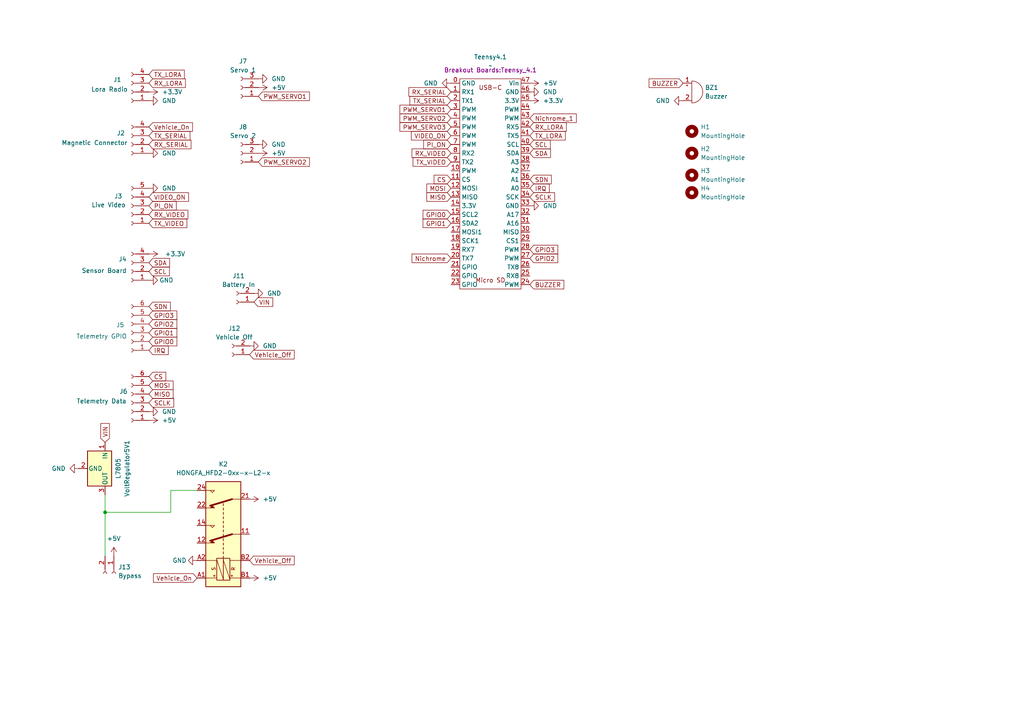
<source format=kicad_sch>
(kicad_sch (version 20250114) (generator "eeschema") (generator_version "9.0")
  (paper "A4")
  (lib_symbols
    (symbol "Breakout Boards:Teensy_4.1"
      (property "Reference" "Teensy4.1" (at 0 0 90))
      (property "Footprint" "Breakout Boards:Teensy_4.1" (at 0 0 0))
      (symbol "Teensy_4.1_0_1"
        (rectangle (start -8.89 30.48) (end 8.89 -30.48))
      )
      (symbol "Teensy_4.1_1_1"
        (text "USB-C" (at 0 27.94 0) (effects (font (size 1.27 1.27))))
        (text "Micro SD" (at 0 -27.94 0) (effects (font (size 1.27 1.27))))
        (pin input line (at -11.43 29.21 0) (length 2.54) (name "GND") (number "0"))
        (pin input line (at -11.43 26.67 0) (length 2.54) (name "RX1") (number "1"))
        (pin input line (at -11.43 24.13 0) (length 2.54) (name "TX1") (number "2"))
        (pin input line (at -11.43 21.59 0) (length 2.54) (name "PWM") (number "3"))
        (pin input line (at -11.43 19.05 0) (length 2.54) (name "PWM") (number "4"))
        (pin input line (at -11.43 16.51 0) (length 2.54) (name "PWM") (number "5"))
        (pin input line (at -11.43 13.97 0) (length 2.54) (name "PWM") (number "6"))
        (pin input line (at -11.43 11.43 0) (length 2.54) (name "PWM") (number "7"))
        (pin input line (at -11.43 8.89 0) (length 2.54) (name "RX2") (number "8"))
        (pin input line (at -11.43 6.35 0) (length 2.54) (name "TX2") (number "9"))
        (pin input line (at -11.43 3.81 0) (length 2.54) (name "PWM") (number "10"))
        (pin input line (at -11.43 1.27 0) (length 2.54) (name "CS") (number "11"))
        (pin input line (at -11.43 -1.27 0) (length 2.54) (name "MOSI") (number "12"))
        (pin input line (at -11.43 -3.81 0) (length 2.54) (name "MISO") (number "13"))
        (pin input line (at -11.43 -6.35 0) (length 2.54) (name "3.3V") (number "14"))
        (pin input line (at -11.43 -8.89 0) (length 2.54) (name "SCL2") (number "15"))
        (pin input line (at -11.43 -11.43 0) (length 2.54) (name "SDA2") (number "16"))
        (pin input line (at -11.43 -13.97 0) (length 2.54) (name "MOSI1") (number "17"))
        (pin input line (at -11.43 -16.51 0) (length 2.54) (name "SCK1") (number "18"))
        (pin input line (at -11.43 -19.05 0) (length 2.54) (name "RX7") (number "19"))
        (pin input line (at -11.43 -21.59 0) (length 2.54) (name "TX7") (number "20"))
        (pin input line (at -11.43 -24.13 0) (length 2.54) (name "GPIO") (number "21"))
        (pin input line (at -11.43 -26.67 0) (length 2.54) (name "GPIO") (number "22"))
        (pin input line (at -11.43 -29.21 0) (length 2.54) (name "GPIO") (number "23"))
        (pin input line (at 11.43 29.21 180) (length 2.54) (name "Vin") (number "47"))
        (pin input line (at 11.43 26.67 180) (length 2.54) (name "GND") (number "46"))
        (pin input line (at 11.43 24.13 180) (length 2.54) (name "3.3V") (number "45"))
        (pin input line (at 11.43 21.59 180) (length 2.54) (name "PWM") (number "44"))
        (pin input line (at 11.43 19.05 180) (length 2.54) (name "PWM") (number "43"))
        (pin input line (at 11.43 16.51 180) (length 2.54) (name "RX5") (number "42"))
        (pin input line (at 11.43 13.97 180) (length 2.54) (name "TX5") (number "41"))
        (pin input line (at 11.43 11.43 180) (length 2.54) (name "SCL") (number "40"))
        (pin input line (at 11.43 8.89 180) (length 2.54) (name "SDA") (number "39"))
        (pin input line (at 11.43 6.35 180) (length 2.54) (name "A3") (number "38"))
        (pin input line (at 11.43 3.81 180) (length 2.54) (name "A2") (number "37"))
        (pin input line (at 11.43 1.27 180) (length 2.54) (name "A1") (number "36"))
        (pin input line (at 11.43 -1.27 180) (length 2.54) (name "A0") (number "35"))
        (pin input line (at 11.43 -3.81 180) (length 2.54) (name "SCK") (number "34"))
        (pin input line (at 11.43 -6.35 180) (length 2.54) (name "GND") (number "33"))
        (pin input line (at 11.43 -8.89 180) (length 2.54) (name "A17") (number "32"))
        (pin input line (at 11.43 -11.43 180) (length 2.54) (name "A16") (number "31"))
        (pin input line (at 11.43 -13.97 180) (length 2.54) (name "MISO") (number "30"))
        (pin input line (at 11.43 -16.51 180) (length 2.54) (name "CS1") (number "29"))
        (pin input line (at 11.43 -19.05 180) (length 2.54) (name "PWM") (number "28"))
        (pin input line (at 11.43 -21.59 180) (length 2.54) (name "PWM") (number "27"))
        (pin input line (at 11.43 -24.13 180) (length 2.54) (name "TX8") (number "26"))
        (pin input line (at 11.43 -26.67 180) (length 2.54) (name "RX8") (number "25"))
        (pin input line (at 11.43 -29.21 180) (length 2.54) (name "PWM") (number "24"))
      )
    )
    (symbol "Connector:Conn_01x02_Socket" (pin_names (offset 1.016) (hide yes))
      (property "Reference" "J" (at 0 2.54 0))
      (property "Value" "Conn_01x02_Socket" (at 0 -5.08 0))
      (symbol "Conn_01x02_Socket_1_1"
        (polyline (pts (xy -1.27 0) (xy -0.508 0)) (stroke (width 0.1524)))
        (polyline (pts (xy -1.27 -2.54) (xy -0.508 -2.54)) (stroke (width 0.1524)))
        (arc (start 0 -0.508) (mid -0.5058 0) (end 0 0.508) (stroke (width 0.1524)))
        (arc (start 0 -3.048) (mid -0.5058 -2.54) (end 0 -2.032) (stroke (width 0.1524)))
        (pin passive line (at -5.08 0 0) (length 3.81) (name "Pin_1") (number "1"))
        (pin passive line (at -5.08 -2.54 0) (length 3.81) (name "Pin_2") (number "2"))
      )
    )
    (symbol "Connector:Conn_01x03_Socket" (pin_names (offset 1.016) (hide yes))
      (property "Reference" "J" (at 0 5.08 0))
      (property "Value" "Conn_01x03_Socket" (at 0 -5.08 0))
      (symbol "Conn_01x03_Socket_1_1"
        (polyline (pts (xy -1.27 2.54) (xy -0.508 2.54)) (stroke (width 0.1524)))
        (polyline (pts (xy -1.27 0) (xy -0.508 0)) (stroke (width 0.1524)))
        (polyline (pts (xy -1.27 -2.54) (xy -0.508 -2.54)) (stroke (width 0.1524)))
        (arc (start 0 2.032) (mid -0.5058 2.54) (end 0 3.048) (stroke (width 0.1524)))
        (arc (start 0 -0.508) (mid -0.5058 0) (end 0 0.508) (stroke (width 0.1524)))
        (arc (start 0 -3.048) (mid -0.5058 -2.54) (end 0 -2.032) (stroke (width 0.1524)))
        (pin passive line (at -5.08 2.54 0) (length 3.81) (name "Pin_1") (number "1"))
        (pin passive line (at -5.08 0 0) (length 3.81) (name "Pin_2") (number "2"))
        (pin passive line (at -5.08 -2.54 0) (length 3.81) (name "Pin_3") (number "3"))
      )
    )
    (symbol "Connector:Conn_01x04_Socket" (pin_names (offset 1.016) (hide yes))
      (property "Reference" "J" (at 0 5.08 0))
      (property "Value" "Conn_01x04_Socket" (at 0 -7.62 0))
      (symbol "Conn_01x04_Socket_1_1"
        (polyline (pts (xy -1.27 2.54) (xy -0.508 2.54)) (stroke (width 0.1524)))
        (polyline (pts (xy -1.27 0) (xy -0.508 0)) (stroke (width 0.1524)))
        (polyline (pts (xy -1.27 -2.54) (xy -0.508 -2.54)) (stroke (width 0.1524)))
        (polyline (pts (xy -1.27 -5.08) (xy -0.508 -5.08)) (stroke (width 0.1524)))
        (arc (start 0 2.032) (mid -0.5058 2.54) (end 0 3.048) (stroke (width 0.1524)))
        (arc (start 0 -0.508) (mid -0.5058 0) (end 0 0.508) (stroke (width 0.1524)))
        (arc (start 0 -3.048) (mid -0.5058 -2.54) (end 0 -2.032) (stroke (width 0.1524)))
        (arc (start 0 -5.588) (mid -0.5058 -5.08) (end 0 -4.572) (stroke (width 0.1524)))
        (pin passive line (at -5.08 2.54 0) (length 3.81) (name "Pin_1") (number "1"))
        (pin passive line (at -5.08 0 0) (length 3.81) (name "Pin_2") (number "2"))
        (pin passive line (at -5.08 -2.54 0) (length 3.81) (name "Pin_3") (number "3"))
        (pin passive line (at -5.08 -5.08 0) (length 3.81) (name "Pin_4") (number "4"))
      )
    )
    (symbol "Connector:Conn_01x05_Socket" (pin_names (offset 1.016) (hide yes))
      (property "Reference" "J" (at 0 7.62 0))
      (property "Value" "Conn_01x05_Socket" (at 0 -7.62 0))
      (symbol "Conn_01x05_Socket_1_1"
        (polyline (pts (xy -1.27 5.08) (xy -0.508 5.08)) (stroke (width 0.1524)))
        (polyline (pts (xy -1.27 2.54) (xy -0.508 2.54)) (stroke (width 0.1524)))
        (polyline (pts (xy -1.27 0) (xy -0.508 0)) (stroke (width 0.1524)))
        (polyline (pts (xy -1.27 -2.54) (xy -0.508 -2.54)) (stroke (width 0.1524)))
        (polyline (pts (xy -1.27 -5.08) (xy -0.508 -5.08)) (stroke (width 0.1524)))
        (arc (start 0 4.572) (mid -0.5058 5.08) (end 0 5.588) (stroke (width 0.1524)))
        (arc (start 0 2.032) (mid -0.5058 2.54) (end 0 3.048) (stroke (width 0.1524)))
        (arc (start 0 -0.508) (mid -0.5058 0) (end 0 0.508) (stroke (width 0.1524)))
        (arc (start 0 -3.048) (mid -0.5058 -2.54) (end 0 -2.032) (stroke (width 0.1524)))
        (arc (start 0 -5.588) (mid -0.5058 -5.08) (end 0 -4.572) (stroke (width 0.1524)))
        (pin passive line (at -5.08 5.08 0) (length 3.81) (name "Pin_1") (number "1"))
        (pin passive line (at -5.08 2.54 0) (length 3.81) (name "Pin_2") (number "2"))
        (pin passive line (at -5.08 0 0) (length 3.81) (name "Pin_3") (number "3"))
        (pin passive line (at -5.08 -2.54 0) (length 3.81) (name "Pin_4") (number "4"))
        (pin passive line (at -5.08 -5.08 0) (length 3.81) (name "Pin_5") (number "5"))
      )
    )
    (symbol "Connector:Conn_01x06_Socket" (pin_names (offset 1.016) (hide yes))
      (property "Reference" "J" (at 0 7.62 0))
      (property "Value" "Conn_01x06_Socket" (at 0 -10.16 0))
      (symbol "Conn_01x06_Socket_1_1"
        (polyline (pts (xy -1.27 5.08) (xy -0.508 5.08)) (stroke (width 0.1524)))
        (polyline (pts (xy -1.27 2.54) (xy -0.508 2.54)) (stroke (width 0.1524)))
        (polyline (pts (xy -1.27 0) (xy -0.508 0)) (stroke (width 0.1524)))
        (polyline (pts (xy -1.27 -2.54) (xy -0.508 -2.54)) (stroke (width 0.1524)))
        (polyline (pts (xy -1.27 -5.08) (xy -0.508 -5.08)) (stroke (width 0.1524)))
        (polyline (pts (xy -1.27 -7.62) (xy -0.508 -7.62)) (stroke (width 0.1524)))
        (arc (start 0 4.572) (mid -0.5058 5.08) (end 0 5.588) (stroke (width 0.1524)))
        (arc (start 0 2.032) (mid -0.5058 2.54) (end 0 3.048) (stroke (width 0.1524)))
        (arc (start 0 -0.508) (mid -0.5058 0) (end 0 0.508) (stroke (width 0.1524)))
        (arc (start 0 -3.048) (mid -0.5058 -2.54) (end 0 -2.032) (stroke (width 0.1524)))
        (arc (start 0 -5.588) (mid -0.5058 -5.08) (end 0 -4.572) (stroke (width 0.1524)))
        (arc (start 0 -8.128) (mid -0.5058 -7.62) (end 0 -7.112) (stroke (width 0.1524)))
        (pin passive line (at -5.08 5.08 0) (length 3.81) (name "Pin_1") (number "1"))
        (pin passive line (at -5.08 2.54 0) (length 3.81) (name "Pin_2") (number "2"))
        (pin passive line (at -5.08 0 0) (length 3.81) (name "Pin_3") (number "3"))
        (pin passive line (at -5.08 -2.54 0) (length 3.81) (name "Pin_4") (number "4"))
        (pin passive line (at -5.08 -5.08 0) (length 3.81) (name "Pin_5") (number "5"))
        (pin passive line (at -5.08 -7.62 0) (length 3.81) (name "Pin_6") (number "6"))
      )
    )
    (symbol "Device:Buzzer" (pin_names (offset 0.0254) (hide yes))
      (property "Reference" "BZ" (at 3.81 1.27 0))
      (property "Value" "Buzzer" (at 3.81 -1.27 0))
      (symbol "Buzzer_0_1"
        (polyline (pts (xy -1.651 1.905) (xy -1.143 1.905)))
        (polyline (pts (xy -1.397 2.159) (xy -1.397 1.651)))
        (arc (start 0 3.175) (mid 3.1612 0) (end 0 -3.175))
        (polyline (pts (xy 0 3.175) (xy 0 -3.175)))
      )
      (symbol "Buzzer_1_1"
        (pin passive line (at -2.54 2.54 0) (length 2.54) (name "+") (number "1"))
        (pin passive line (at -2.54 -2.54 0) (length 2.54) (name "-") (number "2"))
      )
    )
    (symbol "Mechanical:MountingHole" (pin_names (offset 1.016)) (exclude_from_sim yes) (in_bom no)
      (property "Reference" "H" (at 0 5.08 0))
      (property "Value" "MountingHole" (at 0 3.175 0))
      (symbol "MountingHole_0_1"
        (circle (center 0 0) (radius 1.27) (stroke (width 1.27)))
      )
    )
    (symbol "Regulator_Linear:L7805" (pin_names (offset 0.254))
      (property "Reference" "U" (at -3.81 3.175 0))
      (property "Value" "L7805" (at 0 3.175 0))
      (symbol "L7805_0_1"
        (rectangle (start -5.08 1.905) (end 5.08 -5.08) (stroke (width 0.254)) (fill (type background)))
      )
      (symbol "L7805_1_1"
        (pin power_in line (at -7.62 0 0) (length 2.54) (name "IN") (number "1"))
        (pin power_in line (at 0 -7.62 90) (length 2.54) (name "GND") (number "2"))
        (pin power_out line (at 7.62 0 180) (length 2.54) (name "OUT") (number "3"))
      )
    )
    (symbol "Relay:HONGFA_HFD2-0xx-x-L2-x"
      (property "Reference" "K" (at 16.51 3.81 0))
      (property "Value" "HONGFA_HFD2-0xx-x-L2-x" (at 16.51 1.27 0))
      (symbol "HONGFA_HFD2-0xx-x-L2-x_0_0"
        (polyline (pts (xy -2.54 5.08) (xy -2.54 2.54) (xy -1.905 3.175) (xy -2.54 3.81)) (fill (type outline)))
        (polyline (pts (xy 2.54 5.08) (xy 2.54 2.54) (xy 1.905 3.175) (xy 2.54 3.81)))
        (polyline (pts (xy 7.62 5.08) (xy 7.62 2.54) (xy 8.255 3.175) (xy 7.62 3.81)) (fill (type outline)))
        (polyline (pts (xy 12.7 5.08) (xy 12.7 2.54) (xy 12.065 3.175) (xy 12.7 3.81)))
        (text "+" (at -12.065 2.667 0) (effects (font (size 0.762 0.762))))
        (text "+" (at -12.065 -2.413 0) (effects (font (size 0.762 0.762))))
        (text "S" (at -10.033 2.794 0) (effects (font (size 1.016 1.016))))
        (text "R" (at -10.033 -2.921 0) (effects (font (size 1.016 1.016))))
      )
      (symbol "HONGFA_HFD2-0xx-x-L2-x_0_1"
        (rectangle (start -15.24 5.08) (end 15.24 -5.08) (stroke (width 0.254)) (fill (type background)))
        (rectangle (start -13.335 1.905) (end -6.985 -1.905) (stroke (width 0.2032)))
        (polyline (pts (xy -13.335 0) (xy -6.35 0)) (stroke (width 0.2032)))
        (polyline (pts (xy -13.081 0) (xy -7.366 1.905)))
        (polyline (pts (xy -13.081 -1.905) (xy -7.493 0)))
        (polyline (pts (xy -12.7 5.08) (xy -12.7 1.905)))
        (polyline (pts (xy -12.7 -5.08) (xy -12.7 -1.905)))
        (polyline (pts (xy -7.62 5.08) (xy -7.62 1.905)))
        (polyline (pts (xy -7.62 -5.08) (xy -7.62 -1.905)))
        (polyline (pts (xy -5.715 0) (xy -5.08 0)) (stroke (width 0.2032)))
        (polyline (pts (xy -4.445 0) (xy -3.81 0)) (stroke (width 0.2032)))
        (polyline (pts (xy -3.175 0) (xy -2.54 0)) (stroke (width 0.2032)))
        (polyline (pts (xy -1.905 0) (xy -1.27 0)) (stroke (width 0.2032)))
        (polyline (pts (xy -0.635 0) (xy 0 0)) (stroke (width 0.2032)))
        (polyline (pts (xy 0 -2.54) (xy -1.905 3.81)) (stroke (width 0.508)))
        (polyline (pts (xy 0 -2.54) (xy 0 -5.08)))
        (polyline (pts (xy 0.635 0) (xy 1.27 0)) (stroke (width 0.2032)))
        (polyline (pts (xy 1.905 0) (xy 2.54 0)) (stroke (width 0.2032)))
        (polyline (pts (xy 3.175 0) (xy 3.81 0)) (stroke (width 0.2032)))
        (polyline (pts (xy 4.445 0) (xy 5.08 0)) (stroke (width 0.2032)))
        (polyline (pts (xy 5.715 0) (xy 6.35 0)) (stroke (width 0.2032)))
        (polyline (pts (xy 6.985 0) (xy 7.62 0)) (stroke (width 0.2032)))
        (polyline (pts (xy 8.255 0) (xy 8.89 0)) (stroke (width 0.2032)))
        (polyline (pts (xy 10.16 -2.54) (xy 8.255 3.81)) (stroke (width 0.508)))
        (polyline (pts (xy 10.16 -2.54) (xy 10.16 -5.08)))
      )
      (symbol "HONGFA_HFD2-0xx-x-L2-x_1_1"
        (pin passive line (at -12.7 7.62 270) (length 2.54) (name "~") (number "A1"))
        (pin passive line (at -12.7 -7.62 90) (length 2.54) (name "~") (number "B1"))
        (pin passive line (at -7.62 7.62 270) (length 2.54) (name "~") (number "A2"))
        (pin passive line (at -7.62 -7.62 90) (length 2.54) (name "~") (number "B2"))
        (pin passive line (at -2.54 7.62 270) (length 2.54) (name "~") (number "12"))
        (pin passive line (at 0 -7.62 90) (length 2.54) (name "~") (number "11"))
        (pin passive line (at 2.54 7.62 270) (length 2.54) (name "~") (number "14"))
        (pin passive line (at 7.62 7.62 270) (length 2.54) (name "~") (number "22"))
        (pin passive line (at 10.16 -7.62 90) (length 2.54) (name "~") (number "21"))
        (pin passive line (at 12.7 7.62 270) (length 2.54) (name "~") (number "24"))
      )
    )
    (symbol "power:+3.3V" (power) (pin_numbers (hide yes)) (pin_names (offset 0) (hide yes))
      (property "Value" "+3.3V" (at 0 3.556 0))
      (symbol "+3.3V_0_1"
        (polyline (pts (xy -0.762 1.27) (xy 0 2.54)))
        (polyline (pts (xy 0 2.54) (xy 0.762 1.27)))
        (polyline (pts (xy 0 0) (xy 0 2.54)))
      )
      (symbol "+3.3V_1_1"
        (pin power_in line (at 0 0 90) (length 0) (name "~") (number "1"))
      )
    )
    (symbol "power:+5V" (power) (pin_numbers (hide yes)) (pin_names (offset 0) (hide yes))
      (property "Value" "+5V" (at 0 3.556 0))
      (symbol "+5V_0_1"
        (polyline (pts (xy -0.762 1.27) (xy 0 2.54)))
        (polyline (pts (xy 0 2.54) (xy 0.762 1.27)))
        (polyline (pts (xy 0 0) (xy 0 2.54)))
      )
      (symbol "+5V_1_1"
        (pin power_in line (at 0 0 90) (length 0) (name "~") (number "1"))
      )
    )
    (symbol "power:GND" (power) (pin_numbers (hide yes)) (pin_names (offset 0) (hide yes))
      (property "Value" "GND" (at 0 -3.81 0))
      (symbol "GND_0_1"
        (polyline (pts (xy 0 0) (xy 0 -1.27) (xy 1.27 -1.27) (xy 0 -2.54) (xy -1.27 -1.27) (xy 0 -1.27)))
      )
      (symbol "GND_1_1"
        (pin power_in line (at 0 0 270) (length 0) (name "~") (number "1"))
      )
    )
  )
  (junction (at 30.48 148.59))
  (wire (pts (xy 30.48 148.59) (xy 30.48 161.29)))
  (wire (pts (xy 30.48 148.59) (xy 49.53 148.59)))
  (wire (pts (xy 49.53 142.24) (xy 57.15 142.24)))
  (wire (pts (xy 30.48 143.51) (xy 30.48 148.59)))
  (wire (pts (xy 49.53 148.59) (xy 49.53 142.24)))
  (global_label "CS" (shape input) (at 130.81 52.07 180) (property "Intersheetrefs" "${INTERSHEET_REFS}" (effects (hide yes))))
  (global_label "Vehicle_Off" (shape input) (at 72.39 162.56 0) (property "Intersheetrefs" "${INTERSHEET_REFS}" (effects (hide yes))))
  (global_label "VIN" (shape input) (at 30.48 128.27 90) (property "Intersheetrefs" "${INTERSHEET_REFS}" (effects (hide yes))))
  (global_label "RX_LORA" (shape input) (at 43.18 24.13 0) (property "Intersheetrefs" "${INTERSHEET_REFS}" (effects (hide yes))))
  (global_label "SDA" (shape input) (at 153.67 44.45 0) (property "Intersheetrefs" "${INTERSHEET_REFS}" (effects (hide yes))))
  (global_label "SCLK" (shape input) (at 43.18 116.84 0) (property "Intersheetrefs" "${INTERSHEET_REFS}" (effects (hide yes))))
  (global_label "GPIO1" (shape input) (at 130.81 64.77 180) (property "Intersheetrefs" "${INTERSHEET_REFS}" (effects (hide yes))))
  (global_label "SCL" (shape input) (at 153.67 41.91 0) (property "Intersheetrefs" "${INTERSHEET_REFS}" (effects (hide yes))))
  (global_label "RX_SERIAL" (shape input) (at 43.18 41.91 0) (property "Intersheetrefs" "${INTERSHEET_REFS}" (effects (hide yes))))
  (global_label "TX_SERIAL" (shape input) (at 43.18 39.37 0) (property "Intersheetrefs" "${INTERSHEET_REFS}" (effects (hide yes))))
  (global_label "Vehicle_Off" (shape input) (at 72.39 102.87 0) (property "Intersheetrefs" "${INTERSHEET_REFS}" (effects (hide yes))))
  (global_label "GPIO0" (shape input) (at 130.81 62.23 180) (property "Intersheetrefs" "${INTERSHEET_REFS}" (effects (hide yes))))
  (global_label "TX_LORA" (shape input) (at 43.18 21.59 0) (property "Intersheetrefs" "${INTERSHEET_REFS}" (effects (hide yes))))
  (global_label "TX_VIDEO" (shape input) (at 43.18 64.77 0) (property "Intersheetrefs" "${INTERSHEET_REFS}" (effects (hide yes))))
  (global_label "Vehicle_On" (shape input) (at 57.15 167.64 180) (property "Intersheetrefs" "${INTERSHEET_REFS}" (effects (hide yes))))
  (global_label "TX_VIDEO" (shape input) (at 130.81 46.99 180) (property "Intersheetrefs" "${INTERSHEET_REFS}" (effects (hide yes))))
  (global_label "MISO" (shape input) (at 43.18 114.3 0) (property "Intersheetrefs" "${INTERSHEET_REFS}" (effects (hide yes))))
  (global_label "BUZZER" (shape input) (at 153.67 82.55 0) (property "Intersheetrefs" "${INTERSHEET_REFS}" (effects (hide yes))))
  (global_label "Nichrome_1" (shape input) (at 153.67 34.29 0) (property "Intersheetrefs" "${INTERSHEET_REFS}" (effects (hide yes))))
  (global_label "RX_LORA" (shape input) (at 153.67 36.83 0) (property "Intersheetrefs" "${INTERSHEET_REFS}" (effects (hide yes))))
  (global_label "Vehicle_On" (shape input) (at 43.18 36.83 0) (property "Intersheetrefs" "${INTERSHEET_REFS}" (effects (hide yes))))
  (global_label "SCL" (shape input) (at 43.18 78.74 0) (property "Intersheetrefs" "${INTERSHEET_REFS}" (effects (hide yes))))
  (global_label "SCLK" (shape input) (at 153.67 57.15 0) (property "Intersheetrefs" "${INTERSHEET_REFS}" (effects (hide yes))))
  (global_label "PWM_SERVO3" (shape input) (at 130.81 36.83 180) (property "Intersheetrefs" "${INTERSHEET_REFS}" (effects (hide yes))))
  (global_label "TX_SERIAL" (shape input) (at 130.81 29.21 180) (property "Intersheetrefs" "${INTERSHEET_REFS}" (effects (hide yes))))
  (global_label "TX_LORA" (shape input) (at 153.67 39.37 0) (property "Intersheetrefs" "${INTERSHEET_REFS}" (effects (hide yes))))
  (global_label "CS" (shape input) (at 43.18 109.22 0) (property "Intersheetrefs" "${INTERSHEET_REFS}" (effects (hide yes))))
  (global_label "PI_ON" (shape input) (at 43.18 59.69 0) (property "Intersheetrefs" "${INTERSHEET_REFS}" (effects (hide yes))))
  (global_label "GPIO0" (shape input) (at 43.18 99.06 0) (property "Intersheetrefs" "${INTERSHEET_REFS}" (effects (hide yes))))
  (global_label "GPIO1" (shape input) (at 43.18 96.52 0) (property "Intersheetrefs" "${INTERSHEET_REFS}" (effects (hide yes))))
  (global_label "PWM_SERVO2" (shape input) (at 130.81 34.29 180) (property "Intersheetrefs" "${INTERSHEET_REFS}" (effects (hide yes))))
  (global_label "VIDEO_ON" (shape input) (at 43.18 57.15 0) (property "Intersheetrefs" "${INTERSHEET_REFS}" (effects (hide yes))))
  (global_label "VIN" (shape input) (at 73.66 87.63 0) (property "Intersheetrefs" "${INTERSHEET_REFS}" (effects (hide yes))))
  (global_label "PWM_SERVO1" (shape input) (at 130.81 31.75 180) (property "Intersheetrefs" "${INTERSHEET_REFS}" (effects (hide yes))))
  (global_label "VIDEO_ON" (shape input) (at 130.81 39.37 180) (property "Intersheetrefs" "${INTERSHEET_REFS}" (effects (hide yes))))
  (global_label "BUZZER" (shape input) (at 198.12 24.13 180) (property "Intersheetrefs" "${INTERSHEET_REFS}" (effects (hide yes))))
  (global_label "RX_VIDEO" (shape input) (at 43.18 62.23 0) (property "Intersheetrefs" "${INTERSHEET_REFS}" (effects (hide yes))))
  (global_label "SDA" (shape input) (at 43.18 76.2 0) (property "Intersheetrefs" "${INTERSHEET_REFS}" (effects (hide yes))))
  (global_label "PI_ON" (shape input) (at 130.81 41.91 180) (property "Intersheetrefs" "${INTERSHEET_REFS}" (effects (hide yes))))
  (global_label "GPIO3" (shape input) (at 153.67 72.39 0) (property "Intersheetrefs" "${INTERSHEET_REFS}" (effects (hide yes))))
  (global_label "SDN" (shape input) (at 43.18 88.9 0) (property "Intersheetrefs" "${INTERSHEET_REFS}" (effects (hide yes))))
  (global_label "RX_SERIAL" (shape input) (at 130.81 26.67 180) (property "Intersheetrefs" "${INTERSHEET_REFS}" (effects (hide yes))))
  (global_label "GPIO2" (shape input) (at 43.18 93.98 0) (property "Intersheetrefs" "${INTERSHEET_REFS}" (effects (hide yes))))
  (global_label "PWM_SERVO2" (shape input) (at 74.93 46.99 0) (property "Intersheetrefs" "${INTERSHEET_REFS}" (effects (hide yes))))
  (global_label "Nichrome" (shape input) (at 130.81 74.93 180) (property "Intersheetrefs" "${INTERSHEET_REFS}" (effects (hide yes))))
  (global_label "MOSI" (shape input) (at 130.81 54.61 180) (property "Intersheetrefs" "${INTERSHEET_REFS}" (effects (hide yes))))
  (global_label "IRQ" (shape input) (at 153.67 54.61 0) (property "Intersheetrefs" "${INTERSHEET_REFS}" (effects (hide yes))))
  (global_label "IRQ" (shape input) (at 43.18 101.6 0) (property "Intersheetrefs" "${INTERSHEET_REFS}" (effects (hide yes))))
  (global_label "GPIO3" (shape input) (at 43.18 91.44 0) (property "Intersheetrefs" "${INTERSHEET_REFS}" (effects (hide yes))))
  (global_label "GPIO2" (shape input) (at 153.67 74.93 0) (property "Intersheetrefs" "${INTERSHEET_REFS}" (effects (hide yes))))
  (global_label "PWM_SERVO1" (shape input) (at 74.93 27.94 0) (property "Intersheetrefs" "${INTERSHEET_REFS}" (effects (hide yes))))
  (global_label "MISO" (shape input) (at 130.81 57.15 180) (property "Intersheetrefs" "${INTERSHEET_REFS}" (effects (hide yes))))
  (global_label "RX_VIDEO" (shape input) (at 130.81 44.45 180) (property "Intersheetrefs" "${INTERSHEET_REFS}" (effects (hide yes))))
  (global_label "SDN" (shape input) (at 153.67 52.07 0) (property "Intersheetrefs" "${INTERSHEET_REFS}" (effects (hide yes))))
  (global_label "MOSI" (shape input) (at 43.18 111.76 0) (property "Intersheetrefs" "${INTERSHEET_REFS}" (effects (hide yes))))
  (symbol (lib_id "power:+5V") (at 74.93 44.45 270) (unit 1)
    (property "Reference" "#PWR026" (effects (hide yes)))
    (property "Value" "+5V" (at 78.74 44.4499 90) (effects (justify left)))
    (property "Description" "Power symbol creates a global label with name \"+5V\"" (effects (hide yes)))
  )
  (symbol (lib_id "Connector:Conn_01x04_Socket") (at 38.1 41.91 180) (unit 1)
    (property "Reference" "J2" (at 35.052 38.608 0))
    (property "Value" "Magnetic Connector" (at 27.432 41.402 0))
    (property "Footprint" "Connector_JST:JST_XH_B4B-XH-A_1x04_P2.50mm_Vertical" (effects (hide yes)))
    (property "Description" "Generic connector, single row, 01x04, script generated" (effects (hide yes)))
  )
  (symbol (lib_id "Mechanical:MountingHole") (at 200.66 38.1 0) (unit 1)
    (property "Reference" "H1" (at 203.2 36.8299 0) (effects (justify left)))
    (property "Value" "MountingHole" (at 203.2 39.3699 0) (effects (justify left)))
    (property "Footprint" "MountingHole:MountingHole_3.2mm_M3" (effects (hide yes)))
  )
  (symbol (lib_id "power:GND") (at 73.66 85.09 90) (unit 1)
    (property "Reference" "#PWR032" (effects (hide yes)))
    (property "Value" "GND" (at 77.47 85.0899 90) (effects (justify right)))
    (property "Description" "Power symbol creates a global label with name \"GND\" , ground" (effects (hide yes)))
  )
  (symbol (lib_id "Device:Buzzer") (at 200.66 26.67 0) (unit 1)
    (property "Reference" "BZ1" (at 204.47 25.3999 0) (effects (justify left)))
    (property "Value" "Buzzer" (at 204.47 27.9399 0) (effects (justify left)))
    (property "Footprint" "Buzzer_Beeper:Buzzer_12x9.5RM7.6" (effects (hide yes)))
    (property "Description" "Buzzer, polarized" (effects (hide yes)))
  )
  (symbol (lib_id "power:+5V") (at 74.93 25.4 270) (unit 1)
    (property "Reference" "#PWR025" (effects (hide yes)))
    (property "Value" "+5V" (at 78.74 25.3999 90) (effects (justify left)))
    (property "Description" "Power symbol creates a global label with name \"+5V\"" (effects (hide yes)))
  )
  (symbol (lib_id "power:+5V") (at 72.39 167.64 270) (unit 1)
    (property "Reference" "#PWR09" (effects (hide yes)))
    (property "Value" "+5V" (at 76.2 167.6399 90) (effects (justify left)))
    (property "Description" "Power symbol creates a global label with name \"+5V\"" (effects (hide yes)))
  )
  (symbol (lib_id "Mechanical:MountingHole") (at 200.66 55.88 0) (unit 1)
    (property "Reference" "H4" (at 203.2 54.6099 0) (effects (justify left)))
    (property "Value" "MountingHole" (at 203.2 57.1499 0) (effects (justify left)))
    (property "Footprint" "MountingHole:MountingHole_3.2mm_M3" (effects (hide yes)))
  )
  (symbol (lib_id "Connector:Conn_01x02_Socket") (at 33.02 166.37 270) (unit 1)
    (property "Reference" "J13" (at 34.29 164.4649 90) (effects (justify left)))
    (property "Value" "Bypass" (at 34.29 167.0049 90) (effects (justify left)))
    (property "Footprint" "Connector_JST:JST_XH_B2B-XH-A_1x02_P2.50mm_Vertical" (effects (hide yes)))
    (property "Description" "Generic connector, single row, 01x02, script generated" (effects (hide yes)))
  )
  (symbol (lib_id "Mechanical:MountingHole") (at 200.66 44.45 0) (unit 1)
    (property "Reference" "H2" (at 203.2 43.1799 0) (effects (justify left)))
    (property "Value" "MountingHole" (at 203.2 45.7199 0) (effects (justify left)))
    (property "Footprint" "MountingHole:MountingHole_3.2mm_M3" (effects (hide yes)))
  )
  (symbol (lib_id "power:GND") (at 57.15 162.56 270) (unit 1)
    (property "Reference" "#PWR035" (effects (hide yes)))
    (property "Value" "GND" (at 52.07 162.56 90))
    (property "Description" "Power symbol creates a global label with name \"GND\" , ground" (effects (hide yes)))
  )
  (symbol (lib_id "power:+5V") (at 43.18 121.92 270) (unit 1)
    (property "Reference" "#PWR040" (effects (hide yes)))
    (property "Value" "+5V" (at 46.99 121.9199 90) (effects (justify left)))
    (property "Description" "Power symbol creates a global label with name \"+5V\"" (effects (hide yes)))
  )
  (symbol (lib_id "power:+5V") (at 33.02 161.29 0) (unit 1)
    (property "Reference" "#PWR06" (effects (hide yes)))
    (property "Value" "+5V" (at 33.02 156.21 0))
    (property "Description" "Power symbol creates a global label with name \"+5V\"" (effects (hide yes)))
  )
  (symbol (lib_id "power:+3.3V") (at 153.67 29.21 270) (unit 1)
    (property "Reference" "#PWR019" (effects (hide yes)))
    (property "Value" "+3.3V" (at 157.48 29.2099 90) (effects (justify left)))
    (property "Description" "Power symbol creates a global label with name \"+3.3V\"" (effects (hide yes)))
  )
  (symbol (lib_id "power:GND") (at 43.18 81.28 90) (unit 1)
    (property "Reference" "#PWR030" (effects (hide yes)))
    (property "Value" "GND" (at 48.26 81.28 90))
    (property "Description" "Power symbol creates a global label with name \"GND\" , ground" (effects (hide yes)))
  )
  (symbol (lib_id "Breakout Boards:Teensy_4.1") (at 142.24 53.34 0) (unit 1)
    (property "Reference" "Teensy4.1" (at 142.24 16.51 0))
    (property "Value" "~" (at 142.24 19.05 0))
    (property "Footprint" "Breakout Boards:Teensy_4.1" (at 142.24 20.32 0))
  )
  (symbol (lib_id "power:+3.3V") (at 43.18 26.67 270) (unit 1)
    (property "Reference" "#PWR023" (effects (hide yes)))
    (property "Value" "+3.3V" (at 46.99 26.6701 90) (effects (justify left)))
    (property "Description" "Power symbol creates a global label with name \"+3.3V\"" (effects (hide yes)))
  )
  (symbol (lib_id "power:GND") (at 43.18 54.61 90) (unit 1)
    (property "Reference" "#PWR017" (effects (hide yes)))
    (property "Value" "GND" (at 46.99 54.6099 90) (effects (justify right)))
    (property "Description" "Power symbol creates a global label with name \"GND\" , ground" (effects (hide yes)))
  )
  (symbol (lib_id "power:GND") (at 43.18 44.45 90) (unit 1)
    (property "Reference" "#PWR07" (effects (hide yes)))
    (property "Value" "GND" (at 46.99 44.4501 90) (effects (justify right)))
    (property "Description" "Power symbol creates a global label with name \"GND\" , ground" (effects (hide yes)))
  )
  (symbol (lib_id "power:GND") (at 43.18 119.38 90) (unit 1)
    (property "Reference" "#PWR020" (effects (hide yes)))
    (property "Value" "GND" (at 46.99 119.3799 90) (effects (justify right)))
    (property "Description" "Power symbol creates a global label with name \"GND\" , ground" (effects (hide yes)))
  )
  (symbol (lib_id "power:GND") (at 72.39 100.33 90) (unit 1)
    (property "Reference" "#PWR034" (effects (hide yes)))
    (property "Value" "GND" (at 76.2 100.3299 90) (effects (justify right)))
    (property "Description" "Power symbol creates a global label with name \"GND\" , ground" (effects (hide yes)))
  )
  (symbol (lib_id "Connector:Conn_01x04_Socket") (at 38.1 26.67 180) (unit 1)
    (property "Reference" "J1" (at 34.036 23.114 0))
    (property "Value" "Lora Radio" (at 31.75 25.908 0))
    (property "Footprint" "Connector_JST:JST_XH_B4B-XH-A_1x04_P2.50mm_Vertical" (effects (hide yes)))
    (property "Description" "Generic connector, single row, 01x04, script generated" (effects (hide yes)))
  )
  (symbol (lib_id "Mechanical:MountingHole") (at 200.66 50.8 0) (unit 1)
    (property "Reference" "H3" (at 203.2 49.5299 0) (effects (justify left)))
    (property "Value" "MountingHole" (at 203.2 52.0699 0) (effects (justify left)))
    (property "Footprint" "MountingHole:MountingHole_3.2mm_M3" (effects (hide yes)))
  )
  (symbol (lib_id "Connector:Conn_01x03_Socket") (at 69.85 25.4 180) (unit 1)
    (property "Reference" "J7" (at 70.485 17.78 0))
    (property "Value" "Servo 1" (at 70.485 20.32 0))
    (property "Footprint" "Connector_JST:JST_XH_B3B-XH-A_1x03_P2.50mm_Vertical" (effects (hide yes)))
    (property "Description" "Generic connector, single row, 01x03, script generated" (effects (hide yes)))
  )
  (symbol (lib_id "Connector:Conn_01x02_Socket") (at 68.58 87.63 180) (unit 1)
    (property "Reference" "J11" (at 69.215 80.01 0))
    (property "Value" "Battery In" (at 69.215 82.55 0))
    (property "Footprint" "Connector_JST:JST_XH_B2B-XH-A_1x02_P2.50mm_Vertical" (effects (hide yes)))
    (property "Description" "Generic connector, single row, 01x02, script generated" (effects (hide yes)))
  )
  (symbol (lib_id "Connector:Conn_01x06_Socket") (at 38.1 116.84 180) (unit 1)
    (property "Reference" "J6" (at 35.814 113.538 0))
    (property "Value" "Telemetry Data" (at 29.464 116.332 0))
    (property "Footprint" "Connector_JST:JST_XH_B6B-XH-A_1x06_P2.50mm_Vertical" (effects (hide yes)))
    (property "Description" "Generic connector, single row, 01x06, script generated" (effects (hide yes)))
  )
  (symbol (lib_id "Regulator_Linear:L7805") (at 30.48 135.89 270) (unit 1)
    (property "Reference" "VoltRegulator5V1" (at 36.83 135.89 0))
    (property "Value" "L7805" (at 34.29 135.89 0))
    (property "Footprint" "Package_TO_SOT_THT:TO-220-3_Vertical" (effects (hide yes)))
    (property "Datasheet" "http://www.st.com/content/ccc/resource/technical/document/datasheet/41/4f/b3/b0/12/d4/47/88/CD00000444.pdf/files/CD00000444.pdf/jcr:content/translations/en.CD00000444.pdf" (effects (hide yes)))
    (property "Description" "Positive 1.5A 35V Linear Regulator, Fixed Output 5V, TO-220/TO-263/TO-252" (effects (hide yes)))
  )
  (symbol (lib_id "power:+5V") (at 153.67 24.13 270) (unit 1)
    (property "Reference" "#PWR016" (effects (hide yes)))
    (property "Value" "+5V" (at 157.48 24.1299 90) (effects (justify left)))
    (property "Description" "Power symbol creates a global label with name \"+5V\"" (effects (hide yes)))
  )
  (symbol (lib_id "power:GND") (at 74.93 41.91 90) (unit 1)
    (property "Reference" "#PWR05" (effects (hide yes)))
    (property "Value" "GND" (at 78.74 41.9099 90) (effects (justify right)))
    (property "Description" "Power symbol creates a global label with name \"GND\" , ground" (effects (hide yes)))
  )
  (symbol (lib_id "power:+3.3V") (at 43.18 73.66 270) (unit 1)
    (property "Reference" "#PWR031" (effects (hide yes)))
    (property "Value" "+3.3V" (at 50.8 73.66 90))
    (property "Description" "Power symbol creates a global label with name \"+3.3V\"" (effects (hide yes)))
  )
  (symbol (lib_id "power:GND") (at 153.67 26.67 90) (unit 1)
    (property "Reference" "#PWR018" (effects (hide yes)))
    (property "Value" "GND" (at 157.48 26.6699 90) (effects (justify right)))
    (property "Description" "Power symbol creates a global label with name \"GND\" , ground" (effects (hide yes)))
  )
  (symbol (lib_id "Relay:HONGFA_HFD2-0xx-x-L2-x") (at 64.77 154.94 90) (unit 1)
    (property "Reference" "K2" (at 64.77 134.62 90))
    (property "Value" "HONGFA_HFD2-0xx-x-L2-x" (at 64.77 137.16 90))
    (property "Footprint" "Relay_THT:Relay_DPDT_Omron_G6AK" (effects (hide yes)))
    (property "Datasheet" "https://source_cn.hongfa.com/Api/DownloadPdf/323" (effects (hide yes)))
    (property "Description" "Bistable miniature DPDT relay, 3A, 125VAC, THT" (effects (hide yes)))
  )
  (symbol (lib_id "Connector:Conn_01x05_Socket") (at 38.1 59.69 180) (unit 1)
    (property "Reference" "J3" (at 34.29 56.896 0))
    (property "Value" "Live Video" (at 31.496 59.436 0))
    (property "Footprint" "Connector_JST:JST_XH_B5B-XH-A_1x05_P2.50mm_Vertical" (effects (hide yes)))
    (property "Description" "Generic connector, single row, 01x05, script generated" (effects (hide yes)))
  )
  (symbol (lib_id "Connector:Conn_01x04_Socket") (at 38.1 78.74 180) (unit 1)
    (property "Reference" "J4" (at 35.56 75.184 0))
    (property "Value" "Sensor Board" (at 30.226 78.486 0))
    (property "Footprint" "Connector_JST:JST_XH_B4B-XH-A_1x04_P2.50mm_Vertical" (effects (hide yes)))
  )
  (symbol (lib_id "Connector:Conn_01x03_Socket") (at 69.85 44.45 180) (unit 1)
    (property "Reference" "J8" (at 70.485 36.83 0))
    (property "Value" "Servo 2" (at 70.485 39.37 0))
    (property "Footprint" "Connector_JST:JST_XH_B3B-XH-A_1x03_P2.50mm_Vertical" (effects (hide yes)))
    (property "Description" "Generic connector, single row, 01x03, script generated" (effects (hide yes)))
  )
  (symbol (lib_id "power:GND") (at 43.18 29.21 90) (unit 1)
    (property "Reference" "#PWR022" (effects (hide yes)))
    (property "Value" "GND" (at 46.99 29.2101 90) (effects (justify right)))
    (property "Description" "Power symbol creates a global label with name \"GND\" , ground" (effects (hide yes)))
  )
  (symbol (lib_id "power:GND") (at 153.67 59.69 90) (unit 1)
    (property "Reference" "#PWR033" (effects (hide yes)))
    (property "Value" "GND" (at 157.48 59.6899 90) (effects (justify right)))
    (property "Description" "Power symbol creates a global label with name \"GND\" , ground" (effects (hide yes)))
  )
  (symbol (lib_id "power:GND") (at 22.86 135.89 270) (unit 1)
    (property "Reference" "#PWR03" (effects (hide yes)))
    (property "Value" "GND" (at 19.05 135.8899 90) (effects (justify right)))
    (property "Description" "Power symbol creates a global label with name \"GND\" , ground" (effects (hide yes)))
  )
  (symbol (lib_id "power:GND") (at 130.81 24.13 270) (unit 1)
    (property "Reference" "#PWR024" (effects (hide yes)))
    (property "Value" "GND" (at 127 24.1301 90) (effects (justify right)))
    (property "Description" "Power symbol creates a global label with name \"GND\" , ground" (effects (hide yes)))
  )
  (symbol (lib_id "power:+5V") (at 72.39 144.78 270) (unit 1)
    (property "Reference" "#PWR01" (effects (hide yes)))
    (property "Value" "+5V" (at 76.2 144.7799 90) (effects (justify left)))
    (property "Description" "Power symbol creates a global label with name \"+5V\"" (effects (hide yes)))
  )
  (symbol (lib_id "power:GND") (at 74.93 22.86 90) (unit 1)
    (property "Reference" "#PWR02" (effects (hide yes)))
    (property "Value" "GND" (at 78.74 22.8599 90) (effects (justify right)))
    (property "Description" "Power symbol creates a global label with name \"GND\" , ground" (effects (hide yes)))
  )
  (symbol (lib_id "power:GND") (at 198.12 29.21 270) (unit 1)
    (property "Reference" "#PWR04" (effects (hide yes)))
    (property "Value" "GND" (at 194.31 29.2099 90) (effects (justify right)))
    (property "Description" "Power symbol creates a global label with name \"GND\" , ground" (effects (hide yes)))
  )
  (symbol (lib_id "Connector:Conn_01x06_Socket") (at 38.1 96.52 180) (unit 1)
    (property "Reference" "J5" (at 36.068 94.234 0) (effects (justify left)))
    (property "Value" "Telemetry GPIO" (at 36.83 97.536 0) (effects (justify left)))
    (property "Footprint" "Connector_JST:JST_XH_B6B-XH-A_1x06_P2.50mm_Vertical" (effects (hide yes)))
    (property "Description" "Generic connector, single row, 01x06, script generated" (effects (hide yes)))
  )
  (symbol (lib_id "Connector:Conn_01x02_Socket") (at 67.31 102.87 180) (unit 1)
    (property "Reference" "J12" (at 67.945 95.25 0))
    (property "Value" "Vehicle Off" (at 67.945 97.79 0))
    (property "Footprint" "Connector_JST:JST_XH_B2B-XH-A_1x02_P2.50mm_Vertical" (effects (hide yes)))
    (property "Description" "Generic connector, single row, 01x02, script generated" (effects (hide yes)))
  )
)
</source>
